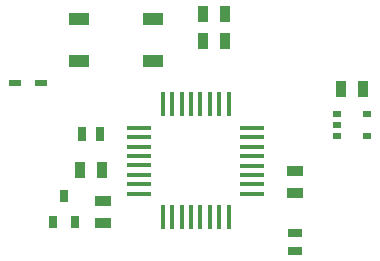
<source format=gtp>
G04 (created by PCBNEW (2011-nov-30)-testing) date Thu 18 Oct 2012 10:53:08 EDT*
%MOIN*%
G04 Gerber Fmt 3.4, Leading zero omitted, Abs format*
%FSLAX34Y34*%
G01*
G70*
G90*
G04 APERTURE LIST*
%ADD10C,3.93701e-06*%
%ADD11R,0.0709X0.0433*%
%ADD12R,0.0787X0.0177*%
%ADD13R,0.0177X0.0787*%
%ADD14R,0.035X0.055*%
%ADD15R,0.055X0.035*%
%ADD16R,0.03X0.02*%
%ADD17R,0.0315X0.0394*%
%ADD18R,0.0394X0.0236*%
%ADD19R,0.045X0.025*%
%ADD20R,0.025X0.045*%
G04 APERTURE END LIST*
G54D10*
G54D11*
X54653Y-38481D03*
X52213Y-37063D03*
X52213Y-38481D03*
X54653Y-37063D03*
G54D12*
X54204Y-42893D03*
X54204Y-42578D03*
X54204Y-42263D03*
X54204Y-41948D03*
X54204Y-41633D03*
X54204Y-41318D03*
X54204Y-41003D03*
X54204Y-40688D03*
X57970Y-40690D03*
X57970Y-42900D03*
X57970Y-42580D03*
X57970Y-42260D03*
X57970Y-41950D03*
X57970Y-41630D03*
X57970Y-41320D03*
X57970Y-41000D03*
G54D13*
X54988Y-39900D03*
X55302Y-39900D03*
X55618Y-39900D03*
X55932Y-39900D03*
X56248Y-39900D03*
X56562Y-39900D03*
X56878Y-39900D03*
X57192Y-39900D03*
X54990Y-43680D03*
X55300Y-43680D03*
X55620Y-43680D03*
X55930Y-43680D03*
X56240Y-43680D03*
X56560Y-43680D03*
X56880Y-43680D03*
X57200Y-43680D03*
G54D14*
X52225Y-42100D03*
X52975Y-42100D03*
X56325Y-37800D03*
X57075Y-37800D03*
G54D15*
X59400Y-42875D03*
X59400Y-42125D03*
G54D16*
X60800Y-40225D03*
X60800Y-40975D03*
X61800Y-40225D03*
X60800Y-40600D03*
X61800Y-40975D03*
G54D14*
X56325Y-36900D03*
X57075Y-36900D03*
G54D15*
X53000Y-43875D03*
X53000Y-43125D03*
G54D17*
X51700Y-42967D03*
X52075Y-43833D03*
X51325Y-43833D03*
G54D18*
X50067Y-39200D03*
X50933Y-39200D03*
G54D14*
X60925Y-39400D03*
X61675Y-39400D03*
G54D19*
X59400Y-44200D03*
X59400Y-44800D03*
G54D20*
X52900Y-40900D03*
X52300Y-40900D03*
M02*

</source>
